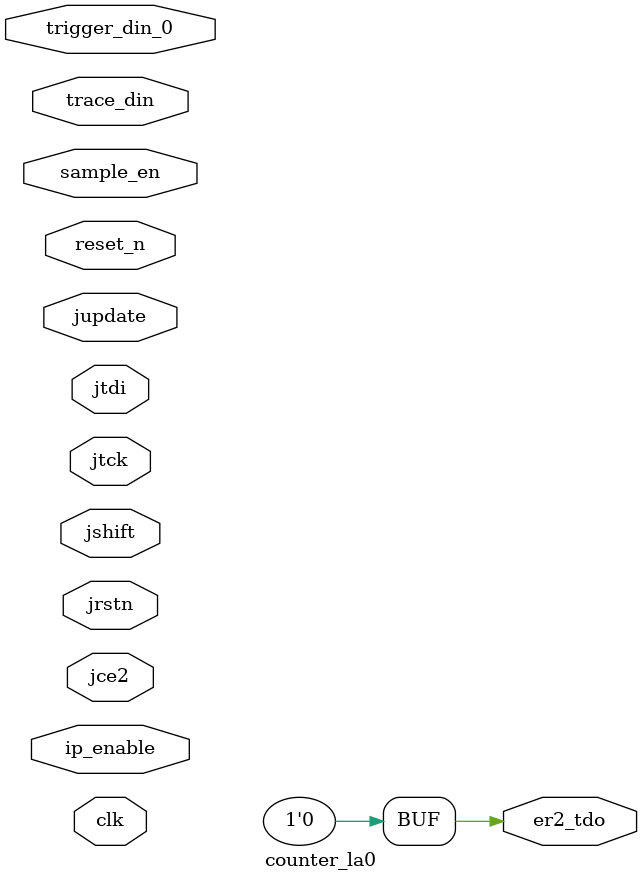
<source format=v>

/* WARNING - Changes to this file should be performed by re-running IPexpress
or modifying the .LPC file and regenerating the core.  Other changes may lead
to inconsistent simulation and/or implemenation results */

module counter_la0 (
    clk,
    reset_n,
    jtck,
    jrstn,
    jce2,
    jtdi,
    er2_tdo,
    jshift,
    jupdate,
    trigger_din_0,
    trace_din,
    sample_en,
    ip_enable
);

// PARAMETERS DEFINED BY USER
localparam NUM_TRACE_SIGNALS   = 8;
localparam NUM_TRIGGER_SIGNALS = 1;
localparam INCLUDE_TRIG_DATA   = 0;
localparam NUM_TU_BITS_0       = 1;

input  clk;
input  reset_n;
input  jtck;
input  jrstn;
input  jce2;
input  jtdi;
output er2_tdo;
input  jshift;
input  jupdate;
input  [NUM_TU_BITS_0 -1:0] trigger_din_0;
input  [NUM_TRACE_SIGNALS + (NUM_TRIGGER_SIGNALS * INCLUDE_TRIG_DATA) -1:0] trace_din;
input  ip_enable;
input sample_en;

assign er2_tdo = 1'b0;

endmodule

</source>
